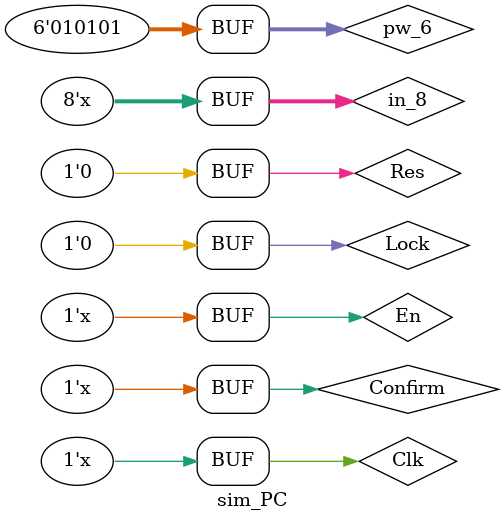
<source format=v>
`timescale 1ns / 1ps


module sim_PC();
reg Clk;
reg [7:0] in_8;
reg En;
reg Confirm;
reg Lock;
reg Res;
reg [5:0] pw_6;
wire [4:0] op;
wire [1:0] status;
wire [1:0] ECounter;
initial
begin
    Clk = 0;
    in_8 = 0;
    En = 0;
    Confirm = 0;
    Lock = 0;
    Res = 0;
    pw_6 = 6'b010101;
end
PasswordCheck test(Clk, in_8, En, Confirm, Lock, Res, pw_6, status, ECounter, op);
always #1
    Clk = ! Clk;
always #1000
    En = !En;
always #5
begin
    in_8 = in_8 + 1;
    Confirm = !Confirm;
end
endmodule

</source>
